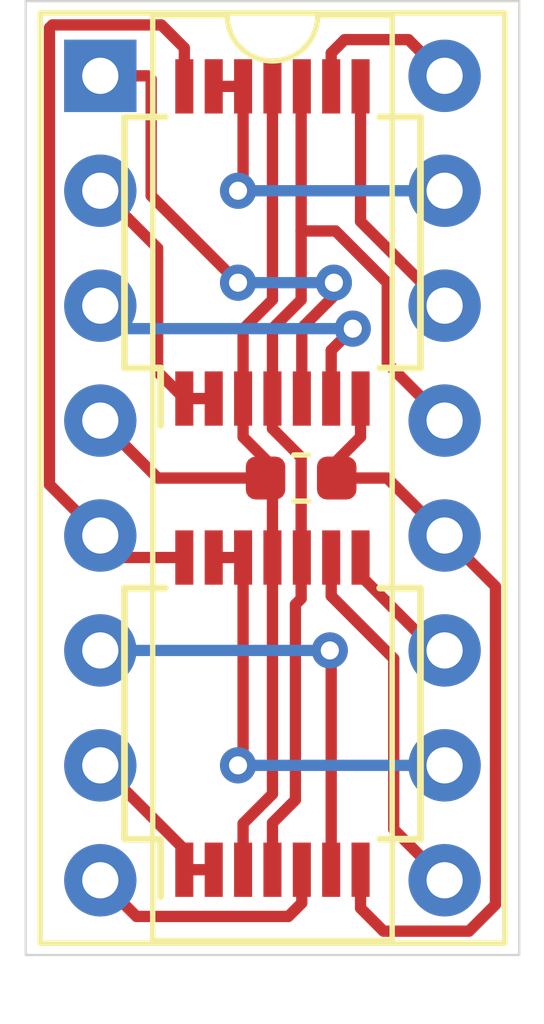
<source format=kicad_pcb>
(kicad_pcb (version 20171130) (host pcbnew 5.1.0-5.1.0)

  (general
    (thickness 1.6)
    (drawings 4)
    (tracks 105)
    (zones 0)
    (modules 4)
    (nets 17)
  )

  (page A4)
  (title_block
    (title "Drop-in replacement for NE558 quad timer IC")
    (company "Benedikt Freisen")
  )

  (layers
    (0 F.Cu signal)
    (31 B.Cu signal)
    (32 B.Adhes user)
    (33 F.Adhes user)
    (34 B.Paste user)
    (35 F.Paste user)
    (36 B.SilkS user)
    (37 F.SilkS user)
    (38 B.Mask user)
    (39 F.Mask user)
    (40 Dwgs.User user)
    (41 Cmts.User user)
    (42 Eco1.User user)
    (43 Eco2.User user)
    (44 Edge.Cuts user)
    (45 Margin user)
    (46 B.CrtYd user)
    (47 F.CrtYd user)
    (48 B.Fab user)
    (49 F.Fab user)
  )

  (setup
    (last_trace_width 0.25)
    (trace_clearance 0.2)
    (zone_clearance 0.508)
    (zone_45_only no)
    (trace_min 0.2)
    (via_size 0.8)
    (via_drill 0.4)
    (via_min_size 0.4)
    (via_min_drill 0.3)
    (uvia_size 0.3)
    (uvia_drill 0.1)
    (uvias_allowed no)
    (uvia_min_size 0.2)
    (uvia_min_drill 0.1)
    (edge_width 0.05)
    (segment_width 0.2)
    (pcb_text_width 0.3)
    (pcb_text_size 1.5 1.5)
    (mod_edge_width 0.12)
    (mod_text_size 1 1)
    (mod_text_width 0.15)
    (pad_size 1.524 1.524)
    (pad_drill 0.762)
    (pad_to_mask_clearance 0.051)
    (solder_mask_min_width 0.25)
    (aux_axis_origin 0 0)
    (visible_elements FFFFFF7F)
    (pcbplotparams
      (layerselection 0x010fc_ffffffff)
      (usegerberextensions false)
      (usegerberattributes false)
      (usegerberadvancedattributes false)
      (creategerberjobfile false)
      (excludeedgelayer true)
      (linewidth 0.100000)
      (plotframeref false)
      (viasonmask false)
      (mode 1)
      (useauxorigin false)
      (hpglpennumber 1)
      (hpglpenspeed 20)
      (hpglpendiameter 15.000000)
      (psnegative false)
      (psa4output false)
      (plotreference true)
      (plotvalue true)
      (plotinvisibletext false)
      (padsonsilk false)
      (subtractmaskfromsilk false)
      (outputformat 1)
      (mirror false)
      (drillshape 1)
      (scaleselection 1)
      (outputdirectory ""))
  )

  (net 0 "")
  (net 1 /OUTPUT_D)
  (net 2 /OUTPUT_B)
  (net 3 /TIMING_D)
  (net 4 /TIMING_B)
  (net 5 /TRIGGER_D)
  (net 6 /TRIGGER_B)
  (net 7 /RESET)
  (net 8 VCC)
  (net 9 GND)
  (net 10 /CONTROL_VOLTAGE)
  (net 11 /TRIGGER_C)
  (net 12 /TRIGGER_A)
  (net 13 /TIMING_C)
  (net 14 /TIMING_A)
  (net 15 /OUTPUT_C)
  (net 16 /OUTPUT_A)

  (net_class Default "Dies ist die voreingestellte Netzklasse."
    (clearance 0.2)
    (trace_width 0.25)
    (via_dia 0.8)
    (via_drill 0.4)
    (uvia_dia 0.3)
    (uvia_drill 0.1)
    (add_net /CONTROL_VOLTAGE)
    (add_net /OUTPUT_A)
    (add_net /OUTPUT_B)
    (add_net /OUTPUT_C)
    (add_net /OUTPUT_D)
    (add_net /RESET)
    (add_net /TIMING_A)
    (add_net /TIMING_B)
    (add_net /TIMING_C)
    (add_net /TIMING_D)
    (add_net /TRIGGER_A)
    (add_net /TRIGGER_B)
    (add_net /TRIGGER_C)
    (add_net /TRIGGER_D)
    (add_net GND)
    (add_net VCC)
  )

  (module Package_SO:SSOP-14_5.3x6.2mm_P0.65mm (layer F.Cu) (tedit 5A02F25C) (tstamp 5C9D2BE4)
    (at 144.78 102.997 90)
    (descr "SSOP14: plastic shrink small outline package; 14 leads; body width 5.3 mm; (see NXP SSOP-TSSOP-VSO-REFLOW.pdf and sot337-1_po.pdf)")
    (tags "SSOP 0.65")
    (path /5C9D2742)
    (attr smd)
    (fp_text reference U2 (at 0 -4.2 90) (layer F.SilkS) hide
      (effects (font (size 1 1) (thickness 0.15)))
    )
    (fp_text value NE556 (at 0 4.2 90) (layer F.Fab)
      (effects (font (size 1 1) (thickness 0.15)))
    )
    (fp_text user %R (at 0 0 90) (layer F.Fab)
      (effects (font (size 0.8 0.8) (thickness 0.15)))
    )
    (fp_line (start -2.775 -2.475) (end -4.05 -2.475) (layer F.SilkS) (width 0.15))
    (fp_line (start -2.775 3.275) (end 2.775 3.275) (layer F.SilkS) (width 0.15))
    (fp_line (start -2.775 -3.275) (end 2.775 -3.275) (layer F.SilkS) (width 0.15))
    (fp_line (start -2.775 3.275) (end -2.775 2.375) (layer F.SilkS) (width 0.15))
    (fp_line (start 2.775 3.275) (end 2.775 2.375) (layer F.SilkS) (width 0.15))
    (fp_line (start 2.775 -3.275) (end 2.775 -2.375) (layer F.SilkS) (width 0.15))
    (fp_line (start -2.775 -3.275) (end -2.775 -2.475) (layer F.SilkS) (width 0.15))
    (fp_line (start -4.3 3.45) (end 4.3 3.45) (layer F.CrtYd) (width 0.05))
    (fp_line (start -4.3 -3.45) (end 4.3 -3.45) (layer F.CrtYd) (width 0.05))
    (fp_line (start 4.3 -3.45) (end 4.3 3.45) (layer F.CrtYd) (width 0.05))
    (fp_line (start -4.3 -3.45) (end -4.3 3.45) (layer F.CrtYd) (width 0.05))
    (fp_line (start -2.65 -2.1) (end -1.65 -3.1) (layer F.Fab) (width 0.15))
    (fp_line (start -2.65 3.1) (end -2.65 -2.1) (layer F.Fab) (width 0.15))
    (fp_line (start 2.65 3.1) (end -2.65 3.1) (layer F.Fab) (width 0.15))
    (fp_line (start 2.65 -3.1) (end 2.65 3.1) (layer F.Fab) (width 0.15))
    (fp_line (start -1.65 -3.1) (end 2.65 -3.1) (layer F.Fab) (width 0.15))
    (pad 14 smd rect (at 3.45 -1.95 90) (size 1.2 0.4) (layers F.Cu F.Paste F.Mask)
      (net 8 VCC))
    (pad 13 smd rect (at 3.45 -1.3 90) (size 1.2 0.4) (layers F.Cu F.Paste F.Mask)
      (net 13 /TIMING_C))
    (pad 12 smd rect (at 3.45 -0.65 90) (size 1.2 0.4) (layers F.Cu F.Paste F.Mask)
      (net 13 /TIMING_C))
    (pad 11 smd rect (at 3.45 0 90) (size 1.2 0.4) (layers F.Cu F.Paste F.Mask)
      (net 10 /CONTROL_VOLTAGE))
    (pad 10 smd rect (at 3.45 0.65 90) (size 1.2 0.4) (layers F.Cu F.Paste F.Mask)
      (net 7 /RESET))
    (pad 9 smd rect (at 3.45 1.3 90) (size 1.2 0.4) (layers F.Cu F.Paste F.Mask)
      (net 15 /OUTPUT_C))
    (pad 8 smd rect (at 3.45 1.95 90) (size 1.2 0.4) (layers F.Cu F.Paste F.Mask)
      (net 11 /TRIGGER_C))
    (pad 7 smd rect (at -3.45 1.95 90) (size 1.2 0.4) (layers F.Cu F.Paste F.Mask)
      (net 9 GND))
    (pad 6 smd rect (at -3.45 1.3 90) (size 1.2 0.4) (layers F.Cu F.Paste F.Mask)
      (net 6 /TRIGGER_B))
    (pad 5 smd rect (at -3.45 0.65 90) (size 1.2 0.4) (layers F.Cu F.Paste F.Mask)
      (net 2 /OUTPUT_B))
    (pad 4 smd rect (at -3.45 0 90) (size 1.2 0.4) (layers F.Cu F.Paste F.Mask)
      (net 7 /RESET))
    (pad 3 smd rect (at -3.45 -0.65 90) (size 1.2 0.4) (layers F.Cu F.Paste F.Mask)
      (net 10 /CONTROL_VOLTAGE))
    (pad 2 smd rect (at -3.45 -1.3 90) (size 1.2 0.4) (layers F.Cu F.Paste F.Mask)
      (net 4 /TIMING_B))
    (pad 1 smd rect (at -3.45 -1.95 90) (size 1.2 0.4) (layers F.Cu F.Paste F.Mask)
      (net 4 /TIMING_B))
    (model ${KISYS3DMOD}/Package_SO.3dshapes/SSOP-14_5.3x6.2mm_P0.65mm.wrl
      (at (xyz 0 0 0))
      (scale (xyz 1 1 1))
      (rotate (xyz 0 0 0))
    )
  )

  (module Package_SO:SSOP-14_5.3x6.2mm_P0.65mm (layer F.Cu) (tedit 5A02F25C) (tstamp 5CAA4E5D)
    (at 144.78 92.583 90)
    (descr "SSOP14: plastic shrink small outline package; 14 leads; body width 5.3 mm; (see NXP SSOP-TSSOP-VSO-REFLOW.pdf and sot337-1_po.pdf)")
    (tags "SSOP 0.65")
    (path /5C9D1BE0)
    (attr smd)
    (fp_text reference U1 (at 0 -4.2 90) (layer F.SilkS) hide
      (effects (font (size 1 1) (thickness 0.15)))
    )
    (fp_text value NE556 (at 0 4.2 90) (layer F.Fab)
      (effects (font (size 1 1) (thickness 0.15)))
    )
    (fp_text user %R (at 0 0 90) (layer F.Fab)
      (effects (font (size 0.8 0.8) (thickness 0.15)))
    )
    (fp_line (start -2.775 -2.475) (end -4.05 -2.475) (layer F.SilkS) (width 0.15))
    (fp_line (start -2.775 3.275) (end 2.775 3.275) (layer F.SilkS) (width 0.15))
    (fp_line (start -2.775 -3.275) (end 2.775 -3.275) (layer F.SilkS) (width 0.15))
    (fp_line (start -2.775 3.275) (end -2.775 2.375) (layer F.SilkS) (width 0.15))
    (fp_line (start 2.775 3.275) (end 2.775 2.375) (layer F.SilkS) (width 0.15))
    (fp_line (start 2.775 -3.275) (end 2.775 -2.375) (layer F.SilkS) (width 0.15))
    (fp_line (start -2.775 -3.275) (end -2.775 -2.475) (layer F.SilkS) (width 0.15))
    (fp_line (start -4.3 3.45) (end 4.3 3.45) (layer F.CrtYd) (width 0.05))
    (fp_line (start -4.3 -3.45) (end 4.3 -3.45) (layer F.CrtYd) (width 0.05))
    (fp_line (start 4.3 -3.45) (end 4.3 3.45) (layer F.CrtYd) (width 0.05))
    (fp_line (start -4.3 -3.45) (end -4.3 3.45) (layer F.CrtYd) (width 0.05))
    (fp_line (start -2.65 -2.1) (end -1.65 -3.1) (layer F.Fab) (width 0.15))
    (fp_line (start -2.65 3.1) (end -2.65 -2.1) (layer F.Fab) (width 0.15))
    (fp_line (start 2.65 3.1) (end -2.65 3.1) (layer F.Fab) (width 0.15))
    (fp_line (start 2.65 -3.1) (end 2.65 3.1) (layer F.Fab) (width 0.15))
    (fp_line (start -1.65 -3.1) (end 2.65 -3.1) (layer F.Fab) (width 0.15))
    (pad 14 smd rect (at 3.45 -1.95 90) (size 1.2 0.4) (layers F.Cu F.Paste F.Mask)
      (net 8 VCC))
    (pad 13 smd rect (at 3.45 -1.3 90) (size 1.2 0.4) (layers F.Cu F.Paste F.Mask)
      (net 3 /TIMING_D))
    (pad 12 smd rect (at 3.45 -0.65 90) (size 1.2 0.4) (layers F.Cu F.Paste F.Mask)
      (net 3 /TIMING_D))
    (pad 11 smd rect (at 3.45 0 90) (size 1.2 0.4) (layers F.Cu F.Paste F.Mask)
      (net 10 /CONTROL_VOLTAGE))
    (pad 10 smd rect (at 3.45 0.65 90) (size 1.2 0.4) (layers F.Cu F.Paste F.Mask)
      (net 7 /RESET))
    (pad 9 smd rect (at 3.45 1.3 90) (size 1.2 0.4) (layers F.Cu F.Paste F.Mask)
      (net 1 /OUTPUT_D))
    (pad 8 smd rect (at 3.45 1.95 90) (size 1.2 0.4) (layers F.Cu F.Paste F.Mask)
      (net 5 /TRIGGER_D))
    (pad 7 smd rect (at -3.45 1.95 90) (size 1.2 0.4) (layers F.Cu F.Paste F.Mask)
      (net 9 GND))
    (pad 6 smd rect (at -3.45 1.3 90) (size 1.2 0.4) (layers F.Cu F.Paste F.Mask)
      (net 12 /TRIGGER_A))
    (pad 5 smd rect (at -3.45 0.65 90) (size 1.2 0.4) (layers F.Cu F.Paste F.Mask)
      (net 16 /OUTPUT_A))
    (pad 4 smd rect (at -3.45 0 90) (size 1.2 0.4) (layers F.Cu F.Paste F.Mask)
      (net 7 /RESET))
    (pad 3 smd rect (at -3.45 -0.65 90) (size 1.2 0.4) (layers F.Cu F.Paste F.Mask)
      (net 10 /CONTROL_VOLTAGE))
    (pad 2 smd rect (at -3.45 -1.3 90) (size 1.2 0.4) (layers F.Cu F.Paste F.Mask)
      (net 14 /TIMING_A))
    (pad 1 smd rect (at -3.45 -1.95 90) (size 1.2 0.4) (layers F.Cu F.Paste F.Mask)
      (net 14 /TIMING_A))
    (model ${KISYS3DMOD}/Package_SO.3dshapes/SSOP-14_5.3x6.2mm_P0.65mm.wrl
      (at (xyz 0 0 0))
      (scale (xyz 1 1 1))
      (rotate (xyz 0 0 0))
    )
  )

  (module Resistor_SMD:R_0603_1608Metric (layer F.Cu) (tedit 5B301BBD) (tstamp 5CAA4F9A)
    (at 145.415 97.79)
    (descr "Resistor SMD 0603 (1608 Metric), square (rectangular) end terminal, IPC_7351 nominal, (Body size source: http://www.tortai-tech.com/upload/download/2011102023233369053.pdf), generated with kicad-footprint-generator")
    (tags resistor)
    (path /5C9E4B59)
    (attr smd)
    (fp_text reference R1 (at 0 -1.43) (layer F.SilkS) hide
      (effects (font (size 1 1) (thickness 0.15)))
    )
    (fp_text value 2.5k (at 0 1.43) (layer F.Fab)
      (effects (font (size 1 1) (thickness 0.15)))
    )
    (fp_text user %R (at 0 0) (layer F.Fab)
      (effects (font (size 0.4 0.4) (thickness 0.06)))
    )
    (fp_line (start 1.48 0.73) (end -1.48 0.73) (layer F.CrtYd) (width 0.05))
    (fp_line (start 1.48 -0.73) (end 1.48 0.73) (layer F.CrtYd) (width 0.05))
    (fp_line (start -1.48 -0.73) (end 1.48 -0.73) (layer F.CrtYd) (width 0.05))
    (fp_line (start -1.48 0.73) (end -1.48 -0.73) (layer F.CrtYd) (width 0.05))
    (fp_line (start -0.162779 0.51) (end 0.162779 0.51) (layer F.SilkS) (width 0.12))
    (fp_line (start -0.162779 -0.51) (end 0.162779 -0.51) (layer F.SilkS) (width 0.12))
    (fp_line (start 0.8 0.4) (end -0.8 0.4) (layer F.Fab) (width 0.1))
    (fp_line (start 0.8 -0.4) (end 0.8 0.4) (layer F.Fab) (width 0.1))
    (fp_line (start -0.8 -0.4) (end 0.8 -0.4) (layer F.Fab) (width 0.1))
    (fp_line (start -0.8 0.4) (end -0.8 -0.4) (layer F.Fab) (width 0.1))
    (pad 2 smd roundrect (at 0.7875 0) (size 0.875 0.95) (layers F.Cu F.Paste F.Mask) (roundrect_rratio 0.25)
      (net 9 GND))
    (pad 1 smd roundrect (at -0.7875 0) (size 0.875 0.95) (layers F.Cu F.Paste F.Mask) (roundrect_rratio 0.25)
      (net 10 /CONTROL_VOLTAGE))
    (model ${KISYS3DMOD}/Resistor_SMD.3dshapes/R_0603_1608Metric.wrl
      (at (xyz 0 0 0))
      (scale (xyz 1 1 1))
      (rotate (xyz 0 0 0))
    )
  )

  (module Package_DIP:DIP-16_W7.62mm_Socket (layer F.Cu) (tedit 5A02E8C5) (tstamp 5C9D3169)
    (at 140.97 88.9)
    (descr "16-lead though-hole mounted DIP package, row spacing 7.62 mm (300 mils), Socket")
    (tags "THT DIP DIL PDIP 2.54mm 7.62mm 300mil Socket")
    (path /5C9D5BB8)
    (fp_text reference J1 (at 3.81 -2.33) (layer F.SilkS) hide
      (effects (font (size 1 1) (thickness 0.15)))
    )
    (fp_text value DIP-16-Socket (at 3.81 20.11) (layer F.Fab)
      (effects (font (size 1 1) (thickness 0.15)))
    )
    (fp_text user %R (at 3.81 8.89) (layer F.Fab)
      (effects (font (size 1 1) (thickness 0.15)))
    )
    (fp_line (start 9.15 -1.6) (end -1.55 -1.6) (layer F.CrtYd) (width 0.05))
    (fp_line (start 9.15 19.4) (end 9.15 -1.6) (layer F.CrtYd) (width 0.05))
    (fp_line (start -1.55 19.4) (end 9.15 19.4) (layer F.CrtYd) (width 0.05))
    (fp_line (start -1.55 -1.6) (end -1.55 19.4) (layer F.CrtYd) (width 0.05))
    (fp_line (start 8.95 -1.39) (end -1.33 -1.39) (layer F.SilkS) (width 0.12))
    (fp_line (start 8.95 19.17) (end 8.95 -1.39) (layer F.SilkS) (width 0.12))
    (fp_line (start -1.33 19.17) (end 8.95 19.17) (layer F.SilkS) (width 0.12))
    (fp_line (start -1.33 -1.39) (end -1.33 19.17) (layer F.SilkS) (width 0.12))
    (fp_line (start 6.46 -1.33) (end 4.81 -1.33) (layer F.SilkS) (width 0.12))
    (fp_line (start 6.46 19.11) (end 6.46 -1.33) (layer F.SilkS) (width 0.12))
    (fp_line (start 1.16 19.11) (end 6.46 19.11) (layer F.SilkS) (width 0.12))
    (fp_line (start 1.16 -1.33) (end 1.16 19.11) (layer F.SilkS) (width 0.12))
    (fp_line (start 2.81 -1.33) (end 1.16 -1.33) (layer F.SilkS) (width 0.12))
    (fp_line (start 8.89 -1.33) (end -1.27 -1.33) (layer F.Fab) (width 0.1))
    (fp_line (start 8.89 19.11) (end 8.89 -1.33) (layer F.Fab) (width 0.1))
    (fp_line (start -1.27 19.11) (end 8.89 19.11) (layer F.Fab) (width 0.1))
    (fp_line (start -1.27 -1.33) (end -1.27 19.11) (layer F.Fab) (width 0.1))
    (fp_line (start 0.635 -0.27) (end 1.635 -1.27) (layer F.Fab) (width 0.1))
    (fp_line (start 0.635 19.05) (end 0.635 -0.27) (layer F.Fab) (width 0.1))
    (fp_line (start 6.985 19.05) (end 0.635 19.05) (layer F.Fab) (width 0.1))
    (fp_line (start 6.985 -1.27) (end 6.985 19.05) (layer F.Fab) (width 0.1))
    (fp_line (start 1.635 -1.27) (end 6.985 -1.27) (layer F.Fab) (width 0.1))
    (fp_arc (start 3.81 -1.33) (end 2.81 -1.33) (angle -180) (layer F.SilkS) (width 0.12))
    (pad 16 thru_hole oval (at 7.62 0) (size 1.6 1.6) (drill 0.8) (layers *.Cu *.Mask)
      (net 1 /OUTPUT_D))
    (pad 8 thru_hole oval (at 0 17.78) (size 1.6 1.6) (drill 0.8) (layers *.Cu *.Mask)
      (net 2 /OUTPUT_B))
    (pad 15 thru_hole oval (at 7.62 2.54) (size 1.6 1.6) (drill 0.8) (layers *.Cu *.Mask)
      (net 3 /TIMING_D))
    (pad 7 thru_hole oval (at 0 15.24) (size 1.6 1.6) (drill 0.8) (layers *.Cu *.Mask)
      (net 4 /TIMING_B))
    (pad 14 thru_hole oval (at 7.62 5.08) (size 1.6 1.6) (drill 0.8) (layers *.Cu *.Mask)
      (net 5 /TRIGGER_D))
    (pad 6 thru_hole oval (at 0 12.7) (size 1.6 1.6) (drill 0.8) (layers *.Cu *.Mask)
      (net 6 /TRIGGER_B))
    (pad 13 thru_hole oval (at 7.62 7.62) (size 1.6 1.6) (drill 0.8) (layers *.Cu *.Mask)
      (net 7 /RESET))
    (pad 5 thru_hole oval (at 0 10.16) (size 1.6 1.6) (drill 0.8) (layers *.Cu *.Mask)
      (net 8 VCC))
    (pad 12 thru_hole oval (at 7.62 10.16) (size 1.6 1.6) (drill 0.8) (layers *.Cu *.Mask)
      (net 9 GND))
    (pad 4 thru_hole oval (at 0 7.62) (size 1.6 1.6) (drill 0.8) (layers *.Cu *.Mask)
      (net 10 /CONTROL_VOLTAGE))
    (pad 11 thru_hole oval (at 7.62 12.7) (size 1.6 1.6) (drill 0.8) (layers *.Cu *.Mask)
      (net 11 /TRIGGER_C))
    (pad 3 thru_hole oval (at 0 5.08) (size 1.6 1.6) (drill 0.8) (layers *.Cu *.Mask)
      (net 12 /TRIGGER_A))
    (pad 10 thru_hole oval (at 7.62 15.24) (size 1.6 1.6) (drill 0.8) (layers *.Cu *.Mask)
      (net 13 /TIMING_C))
    (pad 2 thru_hole oval (at 0 2.54) (size 1.6 1.6) (drill 0.8) (layers *.Cu *.Mask)
      (net 14 /TIMING_A))
    (pad 9 thru_hole oval (at 7.62 17.78) (size 1.6 1.6) (drill 0.8) (layers *.Cu *.Mask)
      (net 15 /OUTPUT_C))
    (pad 1 thru_hole rect (at 0 0) (size 1.6 1.6) (drill 0.8) (layers *.Cu *.Mask)
      (net 16 /OUTPUT_A))
    (model ${KISYS3DMOD}/Package_DIP.3dshapes/DIP-16_W7.62mm_Socket.wrl
      (at (xyz 0 0 0))
      (scale (xyz 1 1 1))
      (rotate (xyz 0 0 0))
    )
  )

  (gr_line (start 150.241 108.331) (end 139.319 108.331) (layer Edge.Cuts) (width 0.05) (tstamp 5CAB9D10))
  (gr_line (start 150.241 87.249) (end 150.241 108.331) (layer Edge.Cuts) (width 0.05))
  (gr_line (start 139.319 87.249) (end 150.241 87.249) (layer Edge.Cuts) (width 0.05))
  (gr_line (start 139.319 108.331) (end 139.319 87.249) (layer Edge.Cuts) (width 0.05))

  (segment (start 146.377997 88.100001) (end 147.790001 88.100001) (width 0.25) (layer F.Cu) (net 1))
  (segment (start 146.08 89.133) (end 146.08 88.397998) (width 0.25) (layer F.Cu) (net 1))
  (segment (start 146.08 88.397998) (end 146.377997 88.100001) (width 0.25) (layer F.Cu) (net 1))
  (segment (start 147.790001 88.100001) (end 148.59 88.9) (width 0.25) (layer F.Cu) (net 1))
  (segment (start 145.132003 107.479999) (end 141.769999 107.479999) (width 0.25) (layer F.Cu) (net 2))
  (segment (start 145.43 106.447) (end 145.43 107.182002) (width 0.25) (layer F.Cu) (net 2))
  (segment (start 145.43 107.182002) (end 145.132003 107.479999) (width 0.25) (layer F.Cu) (net 2))
  (segment (start 141.769999 107.479999) (end 140.97 106.68) (width 0.25) (layer F.Cu) (net 2))
  (segment (start 143.48 89.133) (end 144.124 89.133) (width 0.25) (layer F.Cu) (net 3))
  (via (at 144.018 91.44) (size 0.8) (drill 0.4) (layers F.Cu B.Cu) (net 3))
  (segment (start 144.13 89.133) (end 144.13 91.328) (width 0.25) (layer F.Cu) (net 3))
  (segment (start 144.13 91.328) (end 144.018 91.44) (width 0.25) (layer F.Cu) (net 3))
  (segment (start 144.018 91.44) (end 148.59 91.44) (width 0.25) (layer B.Cu) (net 3))
  (segment (start 142.83 106.447) (end 143.489 106.447) (width 0.25) (layer F.Cu) (net 4))
  (segment (start 142.83 106) (end 141.769999 104.939999) (width 0.25) (layer F.Cu) (net 4))
  (segment (start 142.83 106.447) (end 142.83 106) (width 0.25) (layer F.Cu) (net 4))
  (segment (start 141.769999 104.939999) (end 140.97 104.14) (width 0.25) (layer F.Cu) (net 4))
  (segment (start 146.73 89.133) (end 146.73 92.12) (width 0.25) (layer F.Cu) (net 5))
  (segment (start 146.73 92.12) (end 148.59 93.98) (width 0.25) (layer F.Cu) (net 5))
  (via (at 146.050008 101.6) (size 0.8) (drill 0.4) (layers F.Cu B.Cu) (net 6))
  (segment (start 146.08 106.447) (end 146.08 101.629992) (width 0.25) (layer F.Cu) (net 6))
  (segment (start 146.08 101.629992) (end 146.050008 101.6) (width 0.25) (layer F.Cu) (net 6))
  (segment (start 146.050008 101.6) (end 140.97 101.6) (width 0.25) (layer B.Cu) (net 6))
  (segment (start 145.415 92.329) (end 145.415 89.154) (width 0.25) (layer F.Cu) (net 7))
  (segment (start 145.415 100.457) (end 145.415 97.333506) (width 0.25) (layer F.Cu) (net 7))
  (segment (start 145.415 97.333506) (end 144.78 96.698506) (width 0.25) (layer F.Cu) (net 7))
  (segment (start 144.78 96.698506) (end 144.78 96.033) (width 0.25) (layer F.Cu) (net 7))
  (segment (start 144.78 106.447) (end 144.78 105.41141) (width 0.25) (layer F.Cu) (net 7))
  (segment (start 145.288 100.584) (end 145.415 100.457) (width 0.25) (layer F.Cu) (net 7))
  (segment (start 145.288 104.90341) (end 145.288 100.584) (width 0.25) (layer F.Cu) (net 7))
  (segment (start 144.78 105.41141) (end 145.288 104.90341) (width 0.25) (layer F.Cu) (net 7))
  (segment (start 145.415 92.329) (end 146.177 92.329) (width 0.25) (layer F.Cu) (net 7))
  (segment (start 146.177 92.329) (end 147.32 93.472) (width 0.25) (layer F.Cu) (net 7))
  (segment (start 147.32 93.472) (end 147.32 95.25) (width 0.25) (layer F.Cu) (net 7))
  (segment (start 147.32 95.25) (end 148.59 96.52) (width 0.25) (layer F.Cu) (net 7))
  (segment (start 144.78 96.033) (end 144.78 94.48659) (width 0.25) (layer F.Cu) (net 7))
  (segment (start 145.415 93.85159) (end 145.415 92.329) (width 0.25) (layer F.Cu) (net 7))
  (segment (start 144.78 94.48659) (end 145.415 93.85159) (width 0.25) (layer F.Cu) (net 7))
  (segment (start 142.83 99.547) (end 141.457 99.547) (width 0.25) (layer F.Cu) (net 8))
  (segment (start 141.457 99.547) (end 140.97 99.06) (width 0.25) (layer F.Cu) (net 8))
  (segment (start 142.321999 87.774999) (end 139.909999 87.774999) (width 0.25) (layer F.Cu) (net 8))
  (segment (start 142.83 89.133) (end 142.83 88.283) (width 0.25) (layer F.Cu) (net 8))
  (segment (start 139.844999 97.934999) (end 140.170001 98.260001) (width 0.25) (layer F.Cu) (net 8))
  (segment (start 139.844999 87.839999) (end 139.844999 97.934999) (width 0.25) (layer F.Cu) (net 8))
  (segment (start 139.909999 87.774999) (end 139.844999 87.839999) (width 0.25) (layer F.Cu) (net 8))
  (segment (start 142.83 88.283) (end 142.321999 87.774999) (width 0.25) (layer F.Cu) (net 8))
  (segment (start 140.170001 98.260001) (end 140.97 99.06) (width 0.25) (layer F.Cu) (net 8))
  (segment (start 146.73 96.883) (end 146.177 97.436) (width 0.25) (layer F.Cu) (net 9))
  (segment (start 146.73 96.033) (end 146.73 96.883) (width 0.25) (layer F.Cu) (net 9))
  (segment (start 146.177 97.436) (end 146.177 97.79) (width 0.25) (layer F.Cu) (net 9))
  (segment (start 146.177 97.79) (end 147.32 97.79) (width 0.25) (layer F.Cu) (net 9))
  (segment (start 147.32 97.79) (end 148.59 99.06) (width 0.25) (layer F.Cu) (net 9))
  (segment (start 149.715001 100.185001) (end 149.389999 99.859999) (width 0.25) (layer F.Cu) (net 9))
  (segment (start 149.715001 107.220001) (end 149.715001 100.185001) (width 0.25) (layer F.Cu) (net 9))
  (segment (start 149.130001 107.805001) (end 149.715001 107.220001) (width 0.25) (layer F.Cu) (net 9))
  (segment (start 147.238001 107.805001) (end 149.130001 107.805001) (width 0.25) (layer F.Cu) (net 9))
  (segment (start 146.73 106.447) (end 146.73 107.297) (width 0.25) (layer F.Cu) (net 9))
  (segment (start 146.73 107.297) (end 147.238001 107.805001) (width 0.25) (layer F.Cu) (net 9))
  (segment (start 149.389999 99.859999) (end 148.59 99.06) (width 0.25) (layer F.Cu) (net 9))
  (segment (start 144.78 99.547) (end 144.78 97.917) (width 0.25) (layer F.Cu) (net 10))
  (segment (start 144.78 97.917) (end 144.653 97.79) (width 0.25) (layer F.Cu) (net 10))
  (segment (start 144.13 96.883) (end 144.653 97.406) (width 0.25) (layer F.Cu) (net 10))
  (segment (start 144.13 96.033) (end 144.13 96.883) (width 0.25) (layer F.Cu) (net 10))
  (segment (start 144.653 97.406) (end 144.653 97.79) (width 0.25) (layer F.Cu) (net 10))
  (segment (start 144.6275 97.79) (end 142.24 97.79) (width 0.25) (layer F.Cu) (net 10))
  (segment (start 142.24 97.79) (end 140.97 96.52) (width 0.25) (layer F.Cu) (net 10))
  (segment (start 144.78 104.775) (end 144.78 99.568) (width 0.25) (layer F.Cu) (net 10))
  (segment (start 144.13 105.425) (end 144.78 104.775) (width 0.25) (layer F.Cu) (net 10))
  (segment (start 144.13 106.447) (end 144.13 105.425) (width 0.25) (layer F.Cu) (net 10))
  (segment (start 144.13 94.500178) (end 144.78 93.850178) (width 0.25) (layer F.Cu) (net 10))
  (segment (start 144.78 93.850178) (end 144.78 89.154) (width 0.25) (layer F.Cu) (net 10))
  (segment (start 144.13 96.033) (end 144.13 94.500178) (width 0.25) (layer F.Cu) (net 10))
  (segment (start 146.73 99.947) (end 148.383 101.6) (width 0.25) (layer F.Cu) (net 11))
  (segment (start 146.73 99.547) (end 146.73 99.947) (width 0.25) (layer F.Cu) (net 11))
  (segment (start 148.383 101.6) (end 148.59 101.6) (width 0.25) (layer F.Cu) (net 11))
  (via (at 146.558 94.488) (size 0.8) (drill 0.4) (layers F.Cu B.Cu) (net 12))
  (segment (start 146.08 94.966) (end 146.558 94.488) (width 0.25) (layer F.Cu) (net 12))
  (segment (start 146.08 96.033) (end 146.08 94.966) (width 0.25) (layer F.Cu) (net 12))
  (segment (start 141.478 94.488) (end 146.558 94.488) (width 0.25) (layer B.Cu) (net 12))
  (segment (start 140.97 93.98) (end 141.478 94.488) (width 0.25) (layer B.Cu) (net 12))
  (segment (start 143.48 99.547) (end 144.124 99.547) (width 0.25) (layer F.Cu) (net 13))
  (segment (start 144.13 99.547) (end 144.13 104.028) (width 0.25) (layer F.Cu) (net 13))
  (via (at 144.018 104.14) (size 0.8) (drill 0.4) (layers F.Cu B.Cu) (net 13))
  (segment (start 144.13 104.028) (end 144.018 104.14) (width 0.25) (layer F.Cu) (net 13))
  (segment (start 144.018 104.14) (end 144.583685 104.14) (width 0.25) (layer B.Cu) (net 13))
  (segment (start 144.583685 104.14) (end 148.59 104.14) (width 0.25) (layer B.Cu) (net 13))
  (segment (start 142.83 96.033) (end 143.489 96.033) (width 0.25) (layer F.Cu) (net 14))
  (segment (start 142.24 92.71) (end 140.97 91.44) (width 0.25) (layer F.Cu) (net 14))
  (segment (start 142.83 96.033) (end 142.24 95.443) (width 0.25) (layer F.Cu) (net 14))
  (segment (start 142.24 95.443) (end 142.24 92.71) (width 0.25) (layer F.Cu) (net 14))
  (segment (start 147.464999 105.554999) (end 147.790001 105.880001) (width 0.25) (layer F.Cu) (net 15))
  (segment (start 147.464999 101.781999) (end 147.464999 105.554999) (width 0.25) (layer F.Cu) (net 15))
  (segment (start 146.08 99.547) (end 146.08 100.397) (width 0.25) (layer F.Cu) (net 15))
  (segment (start 146.08 100.397) (end 147.464999 101.781999) (width 0.25) (layer F.Cu) (net 15))
  (segment (start 147.790001 105.880001) (end 148.59 106.68) (width 0.25) (layer F.Cu) (net 15))
  (segment (start 142.095001 91.549001) (end 144.018 93.472) (width 0.25) (layer F.Cu) (net 16))
  (segment (start 142.095001 88.975001) (end 142.095001 91.549001) (width 0.25) (layer F.Cu) (net 16))
  (via (at 144.018 93.472) (size 0.8) (drill 0.4) (layers F.Cu B.Cu) (net 16))
  (segment (start 140.97 88.9) (end 142.02 88.9) (width 0.25) (layer F.Cu) (net 16))
  (segment (start 142.02 88.9) (end 142.095001 88.975001) (width 0.25) (layer F.Cu) (net 16))
  (via (at 146.14 93.472) (size 0.8) (drill 0.4) (layers F.Cu B.Cu) (net 16))
  (segment (start 144.018 93.472) (end 146.14 93.472) (width 0.25) (layer B.Cu) (net 16))
  (segment (start 145.43 94.473) (end 146.14 93.763) (width 0.25) (layer F.Cu) (net 16))
  (segment (start 145.43 96.033) (end 145.43 94.473) (width 0.25) (layer F.Cu) (net 16))
  (segment (start 146.14 93.763) (end 146.14 93.472) (width 0.25) (layer F.Cu) (net 16))

)

</source>
